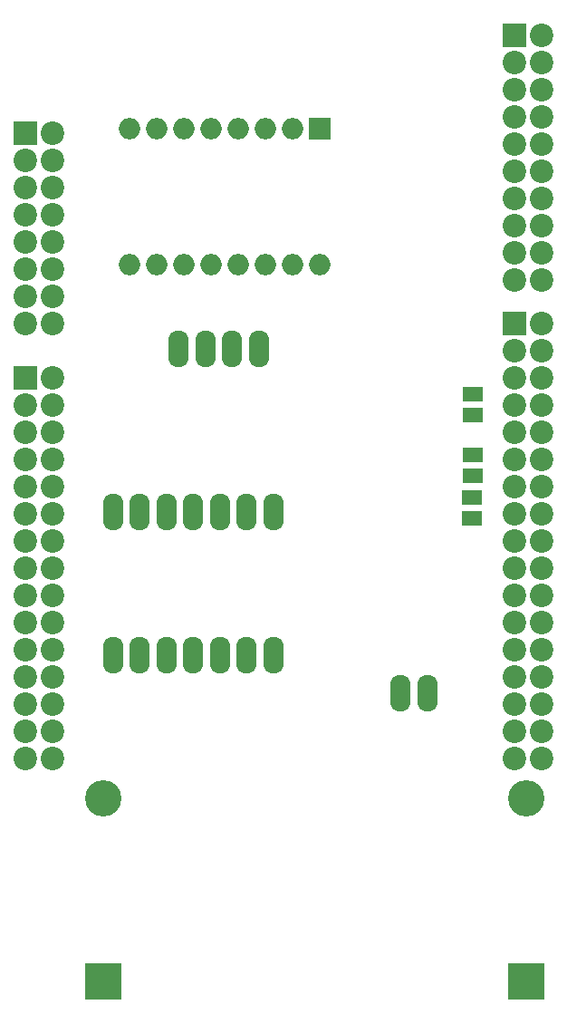
<source format=gbr>
G04 #@! TF.GenerationSoftware,KiCad,Pcbnew,(5.0.0-rc2-dev-406-g05dae9627)*
G04 #@! TF.CreationDate,2018-06-28T11:49:25+02:00*
G04 #@! TF.ProjectId,Nucleo-F746,4E75636C656F2D463734362E6B696361,rev?*
G04 #@! TF.SameCoordinates,Original*
G04 #@! TF.FileFunction,Soldermask,Top*
G04 #@! TF.FilePolarity,Negative*
%FSLAX46Y46*%
G04 Gerber Fmt 4.6, Leading zero omitted, Abs format (unit mm)*
G04 Created by KiCad (PCBNEW (5.0.0-rc2-dev-406-g05dae9627)) date 06/28/18 11:49:25*
%MOMM*%
%LPD*%
G01*
G04 APERTURE LIST*
%ADD10R,2.000000X2.000000*%
%ADD11O,2.000000X2.000000*%
%ADD12R,1.900000X1.370000*%
%ADD13O,1.924000X3.448000*%
%ADD14R,3.400000X3.400000*%
%ADD15C,3.400000*%
%ADD16R,2.200000X2.200000*%
%ADD17C,2.200000*%
G04 APERTURE END LIST*
D10*
X135800000Y-67500000D03*
D11*
X118020000Y-80200000D03*
X133260000Y-67500000D03*
X120560000Y-80200000D03*
X130720000Y-67500000D03*
X123100000Y-80200000D03*
X128180000Y-67500000D03*
X125640000Y-80200000D03*
X125640000Y-67500000D03*
X128180000Y-80200000D03*
X123100000Y-67500000D03*
X130720000Y-80200000D03*
X120560000Y-67500000D03*
X133260000Y-80200000D03*
X118020000Y-67500000D03*
X135800000Y-80200000D03*
D12*
X150050000Y-98045000D03*
X150050000Y-99955000D03*
X150000000Y-103905000D03*
X150000000Y-101995000D03*
D13*
X131468400Y-103340000D03*
X126464600Y-103340000D03*
X123950000Y-103340000D03*
X121435400Y-103340000D03*
X128953800Y-103340000D03*
X118946200Y-103340000D03*
X116431600Y-103340000D03*
X122590800Y-88090000D03*
X125105400Y-88090000D03*
X127594600Y-88090000D03*
X130109200Y-88090000D03*
X116431600Y-116690000D03*
X118946200Y-116690000D03*
X128953800Y-116690000D03*
X121435400Y-116690000D03*
X123950000Y-116690000D03*
X126464600Y-116690000D03*
X131468400Y-116690000D03*
X143344600Y-120240000D03*
X145859200Y-120240000D03*
D14*
X115500000Y-147200000D03*
X155100000Y-147200000D03*
D15*
X115500000Y-130100000D03*
X155100000Y-130100000D03*
D16*
X108251100Y-67983600D03*
D17*
X108251100Y-70523600D03*
X108251100Y-73063600D03*
X108251100Y-75603600D03*
X108251100Y-78143600D03*
X108251100Y-80683600D03*
X108251100Y-83223600D03*
X108251100Y-85763600D03*
X110791100Y-67983600D03*
X110791100Y-70523600D03*
X110791100Y-73063600D03*
X110791100Y-75603600D03*
X110791100Y-78143600D03*
X110791100Y-80683600D03*
X110791100Y-83223600D03*
X110791100Y-85763600D03*
D16*
X108251100Y-90843600D03*
D17*
X108251100Y-93383600D03*
X108251100Y-95923600D03*
X108251100Y-98463600D03*
X108251100Y-101003600D03*
X108251100Y-103543600D03*
X108251100Y-106083600D03*
X108251100Y-108623600D03*
X108251100Y-111163600D03*
X108251100Y-113703600D03*
X108251100Y-116243600D03*
X108251100Y-118783600D03*
X108251100Y-121323600D03*
X108251100Y-123863600D03*
X108251100Y-126403600D03*
X110791100Y-90843600D03*
X110791100Y-93383600D03*
X110791100Y-95923600D03*
X110791100Y-98463600D03*
X110791100Y-101003600D03*
X110791100Y-103543600D03*
X110791100Y-106083600D03*
X110791100Y-108623600D03*
X110791100Y-111163600D03*
X110791100Y-113703600D03*
X110791100Y-116243600D03*
X110791100Y-118783600D03*
X110791100Y-121323600D03*
X110791100Y-123863600D03*
X110791100Y-126403600D03*
D16*
X153971100Y-85763600D03*
D17*
X153971100Y-88303600D03*
X153971100Y-90843600D03*
X153971100Y-93383600D03*
X153971100Y-95923600D03*
X153971100Y-98463600D03*
X153971100Y-101003600D03*
X153971100Y-103543600D03*
X153971100Y-106083600D03*
X153971100Y-108623600D03*
X153971100Y-111163600D03*
X153971100Y-113703600D03*
X153971100Y-116243600D03*
X153971100Y-118783600D03*
X153971100Y-121323600D03*
X153971100Y-123863600D03*
X153971100Y-126403600D03*
X156511100Y-85763600D03*
X156511100Y-88303600D03*
X156511100Y-90843600D03*
X156511100Y-93383600D03*
X156511100Y-95923600D03*
X156511100Y-98463600D03*
X156511100Y-101003600D03*
X156511100Y-103543600D03*
X156511100Y-106083600D03*
X156511100Y-108623600D03*
X156511100Y-111163600D03*
X156511100Y-113703600D03*
X156511100Y-116243600D03*
X156511100Y-118783600D03*
X156511100Y-121323600D03*
X156511100Y-123863600D03*
X156511100Y-126403600D03*
D16*
X153971100Y-58839600D03*
D17*
X153971100Y-61379600D03*
X153971100Y-63919600D03*
X153971100Y-66459600D03*
X153971100Y-68999600D03*
X153971100Y-71539600D03*
X153971100Y-74079600D03*
X153971100Y-76619600D03*
X153971100Y-79159600D03*
X153971100Y-81699600D03*
X156511100Y-58839600D03*
X156511100Y-61379600D03*
X156511100Y-63919600D03*
X156511100Y-66459600D03*
X156511100Y-68999600D03*
X156511100Y-71539600D03*
X156511100Y-74079600D03*
X156511100Y-76619600D03*
X156511100Y-79159600D03*
X156511100Y-81699600D03*
D12*
X150100000Y-94255000D03*
X150100000Y-92345000D03*
M02*

</source>
